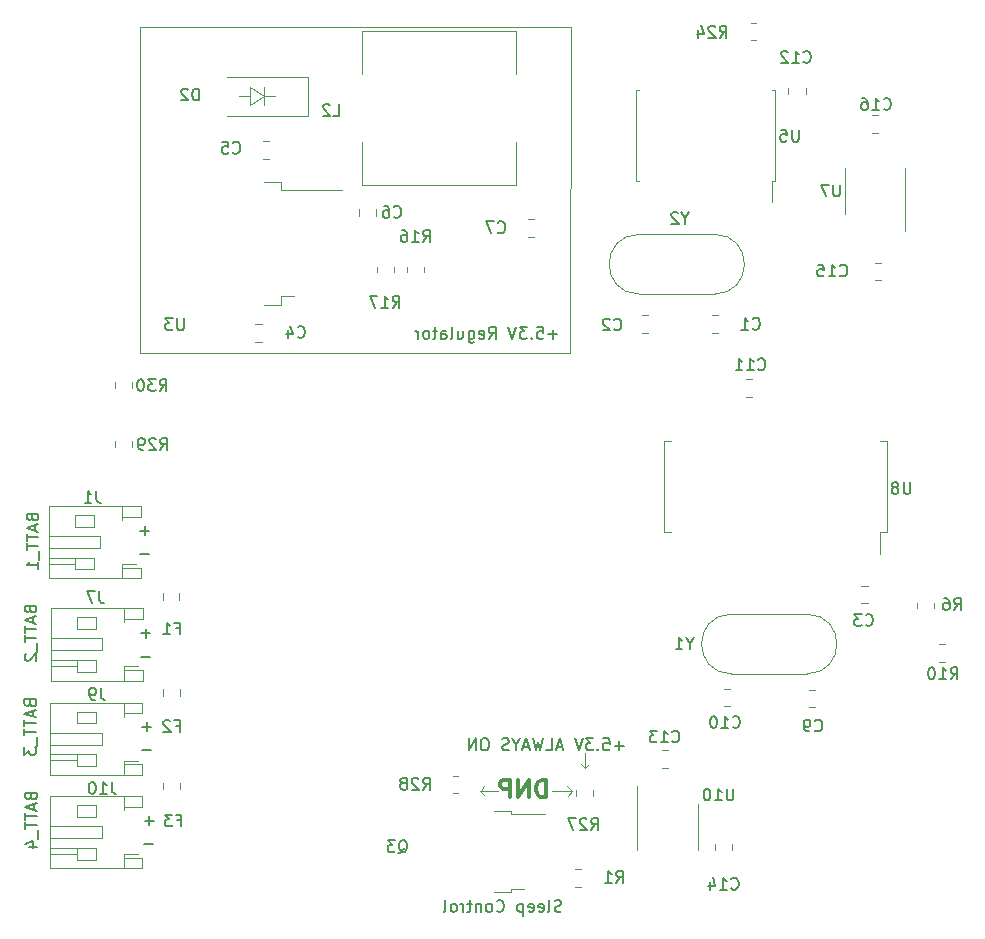
<source format=gbr>
G04 #@! TF.GenerationSoftware,KiCad,Pcbnew,(5.1.9)-1*
G04 #@! TF.CreationDate,2021-07-06T20:59:46-04:00*
G04 #@! TF.ProjectId,payload2020_base_board,7061796c-6f61-4643-9230-32305f626173,rev?*
G04 #@! TF.SameCoordinates,Original*
G04 #@! TF.FileFunction,Legend,Bot*
G04 #@! TF.FilePolarity,Positive*
%FSLAX46Y46*%
G04 Gerber Fmt 4.6, Leading zero omitted, Abs format (unit mm)*
G04 Created by KiCad (PCBNEW (5.1.9)-1) date 2021-07-06 20:59:46*
%MOMM*%
%LPD*%
G01*
G04 APERTURE LIST*
%ADD10C,0.150000*%
%ADD11C,0.120000*%
%ADD12C,0.300000*%
G04 APERTURE END LIST*
D10*
X46735952Y-135961428D02*
X45974047Y-135961428D01*
X46355000Y-136342380D02*
X46355000Y-135580476D01*
X46710552Y-137942628D02*
X45948647Y-137942628D01*
X46507352Y-129992428D02*
X45745447Y-129992428D01*
X46532752Y-128011228D02*
X45770847Y-128011228D01*
X46151800Y-128392180D02*
X46151800Y-127630276D01*
X46405752Y-122093028D02*
X45643847Y-122093028D01*
X46431152Y-120111828D02*
X45669247Y-120111828D01*
X46050200Y-120492780D02*
X46050200Y-119730876D01*
X46329552Y-113380828D02*
X45567647Y-113380828D01*
X46354952Y-111399628D02*
X45593047Y-111399628D01*
X45974000Y-111780580D02*
X45974000Y-111018676D01*
D11*
X83245960Y-131523740D02*
X83563460Y-131173220D01*
X83245960Y-131513580D02*
X82918300Y-131152900D01*
X83240880Y-130230880D02*
X83245960Y-131513580D01*
D10*
X86532219Y-129621588D02*
X85770314Y-129621588D01*
X86151266Y-130002540D02*
X86151266Y-129240636D01*
X84817933Y-129002540D02*
X85294123Y-129002540D01*
X85341742Y-129478731D01*
X85294123Y-129431112D01*
X85198885Y-129383493D01*
X84960790Y-129383493D01*
X84865552Y-129431112D01*
X84817933Y-129478731D01*
X84770314Y-129573969D01*
X84770314Y-129812064D01*
X84817933Y-129907302D01*
X84865552Y-129954921D01*
X84960790Y-130002540D01*
X85198885Y-130002540D01*
X85294123Y-129954921D01*
X85341742Y-129907302D01*
X84341742Y-129907302D02*
X84294123Y-129954921D01*
X84341742Y-130002540D01*
X84389361Y-129954921D01*
X84341742Y-129907302D01*
X84341742Y-130002540D01*
X83960790Y-129002540D02*
X83341742Y-129002540D01*
X83675076Y-129383493D01*
X83532219Y-129383493D01*
X83436980Y-129431112D01*
X83389361Y-129478731D01*
X83341742Y-129573969D01*
X83341742Y-129812064D01*
X83389361Y-129907302D01*
X83436980Y-129954921D01*
X83532219Y-130002540D01*
X83817933Y-130002540D01*
X83913171Y-129954921D01*
X83960790Y-129907302D01*
X83056028Y-129002540D02*
X82722695Y-130002540D01*
X82389361Y-129002540D01*
X81341742Y-129716826D02*
X80865552Y-129716826D01*
X81436980Y-130002540D02*
X81103647Y-129002540D01*
X80770314Y-130002540D01*
X79960790Y-130002540D02*
X80436980Y-130002540D01*
X80436980Y-129002540D01*
X79722695Y-129002540D02*
X79484600Y-130002540D01*
X79294123Y-129288255D01*
X79103647Y-130002540D01*
X78865552Y-129002540D01*
X78532219Y-129716826D02*
X78056028Y-129716826D01*
X78627457Y-130002540D02*
X78294123Y-129002540D01*
X77960790Y-130002540D01*
X77436980Y-129526350D02*
X77436980Y-130002540D01*
X77770314Y-129002540D02*
X77436980Y-129526350D01*
X77103647Y-129002540D01*
X76817933Y-129954921D02*
X76675076Y-130002540D01*
X76436980Y-130002540D01*
X76341742Y-129954921D01*
X76294123Y-129907302D01*
X76246504Y-129812064D01*
X76246504Y-129716826D01*
X76294123Y-129621588D01*
X76341742Y-129573969D01*
X76436980Y-129526350D01*
X76627457Y-129478731D01*
X76722695Y-129431112D01*
X76770314Y-129383493D01*
X76817933Y-129288255D01*
X76817933Y-129193017D01*
X76770314Y-129097779D01*
X76722695Y-129050160D01*
X76627457Y-129002540D01*
X76389361Y-129002540D01*
X76246504Y-129050160D01*
X74865552Y-129002540D02*
X74675076Y-129002540D01*
X74579838Y-129050160D01*
X74484600Y-129145398D01*
X74436980Y-129335874D01*
X74436980Y-129669207D01*
X74484600Y-129859683D01*
X74579838Y-129954921D01*
X74675076Y-130002540D01*
X74865552Y-130002540D01*
X74960790Y-129954921D01*
X75056028Y-129859683D01*
X75103647Y-129669207D01*
X75103647Y-129335874D01*
X75056028Y-129145398D01*
X74960790Y-129050160D01*
X74865552Y-129002540D01*
X74008409Y-130002540D02*
X74008409Y-129002540D01*
X73436980Y-130002540D01*
X73436980Y-129002540D01*
D11*
X57007760Y-74625200D02*
X56088280Y-74625200D01*
X56083200Y-73817480D02*
X56083200Y-75412600D01*
X54930040Y-74620120D02*
X53934360Y-74620120D01*
X56078120Y-74615040D02*
X54935120Y-73832720D01*
X54935120Y-75377040D02*
X56078120Y-74615040D01*
X54935120Y-73832720D02*
X54935120Y-75377040D01*
X82133440Y-133441440D02*
X81808320Y-133898640D01*
X81752440Y-133060440D02*
X82133440Y-133441440D01*
X82133440Y-133441440D02*
X81752440Y-133060440D01*
X80449420Y-133446520D02*
X82133440Y-133441440D01*
X74399140Y-133426200D02*
X74739500Y-133807200D01*
X74419460Y-133426200D02*
X74698860Y-133065520D01*
X75890120Y-133428740D02*
X74419460Y-133426200D01*
D12*
X79982771Y-134000631D02*
X79982771Y-132500631D01*
X79625628Y-132500631D01*
X79411342Y-132572060D01*
X79268485Y-132714917D01*
X79197057Y-132857774D01*
X79125628Y-133143488D01*
X79125628Y-133357774D01*
X79197057Y-133643488D01*
X79268485Y-133786345D01*
X79411342Y-133929202D01*
X79625628Y-134000631D01*
X79982771Y-134000631D01*
X78482771Y-134000631D02*
X78482771Y-132500631D01*
X77625628Y-134000631D01*
X77625628Y-132500631D01*
X76911342Y-134000631D02*
X76911342Y-132500631D01*
X76339914Y-132500631D01*
X76197057Y-132572060D01*
X76125628Y-132643488D01*
X76054200Y-132786345D01*
X76054200Y-133000631D01*
X76125628Y-133143488D01*
X76197057Y-133214917D01*
X76339914Y-133286345D01*
X76911342Y-133286345D01*
D11*
X82042000Y-68788280D02*
X82021680Y-96352360D01*
D10*
X81253980Y-143635361D02*
X81111123Y-143682980D01*
X80873028Y-143682980D01*
X80777790Y-143635361D01*
X80730171Y-143587742D01*
X80682552Y-143492504D01*
X80682552Y-143397266D01*
X80730171Y-143302028D01*
X80777790Y-143254409D01*
X80873028Y-143206790D01*
X81063504Y-143159171D01*
X81158742Y-143111552D01*
X81206361Y-143063933D01*
X81253980Y-142968695D01*
X81253980Y-142873457D01*
X81206361Y-142778219D01*
X81158742Y-142730600D01*
X81063504Y-142682980D01*
X80825409Y-142682980D01*
X80682552Y-142730600D01*
X80111123Y-143682980D02*
X80206361Y-143635361D01*
X80253980Y-143540123D01*
X80253980Y-142682980D01*
X79349219Y-143635361D02*
X79444457Y-143682980D01*
X79634933Y-143682980D01*
X79730171Y-143635361D01*
X79777790Y-143540123D01*
X79777790Y-143159171D01*
X79730171Y-143063933D01*
X79634933Y-143016314D01*
X79444457Y-143016314D01*
X79349219Y-143063933D01*
X79301600Y-143159171D01*
X79301600Y-143254409D01*
X79777790Y-143349647D01*
X78492076Y-143635361D02*
X78587314Y-143682980D01*
X78777790Y-143682980D01*
X78873028Y-143635361D01*
X78920647Y-143540123D01*
X78920647Y-143159171D01*
X78873028Y-143063933D01*
X78777790Y-143016314D01*
X78587314Y-143016314D01*
X78492076Y-143063933D01*
X78444457Y-143159171D01*
X78444457Y-143254409D01*
X78920647Y-143349647D01*
X78015885Y-143016314D02*
X78015885Y-144016314D01*
X78015885Y-143063933D02*
X77920647Y-143016314D01*
X77730171Y-143016314D01*
X77634933Y-143063933D01*
X77587314Y-143111552D01*
X77539695Y-143206790D01*
X77539695Y-143492504D01*
X77587314Y-143587742D01*
X77634933Y-143635361D01*
X77730171Y-143682980D01*
X77920647Y-143682980D01*
X78015885Y-143635361D01*
X75777790Y-143587742D02*
X75825409Y-143635361D01*
X75968266Y-143682980D01*
X76063504Y-143682980D01*
X76206361Y-143635361D01*
X76301600Y-143540123D01*
X76349219Y-143444885D01*
X76396838Y-143254409D01*
X76396838Y-143111552D01*
X76349219Y-142921076D01*
X76301600Y-142825838D01*
X76206361Y-142730600D01*
X76063504Y-142682980D01*
X75968266Y-142682980D01*
X75825409Y-142730600D01*
X75777790Y-142778219D01*
X75206361Y-143682980D02*
X75301600Y-143635361D01*
X75349219Y-143587742D01*
X75396838Y-143492504D01*
X75396838Y-143206790D01*
X75349219Y-143111552D01*
X75301600Y-143063933D01*
X75206361Y-143016314D01*
X75063504Y-143016314D01*
X74968266Y-143063933D01*
X74920647Y-143111552D01*
X74873028Y-143206790D01*
X74873028Y-143492504D01*
X74920647Y-143587742D01*
X74968266Y-143635361D01*
X75063504Y-143682980D01*
X75206361Y-143682980D01*
X74444457Y-143016314D02*
X74444457Y-143682980D01*
X74444457Y-143111552D02*
X74396838Y-143063933D01*
X74301600Y-143016314D01*
X74158742Y-143016314D01*
X74063504Y-143063933D01*
X74015885Y-143159171D01*
X74015885Y-143682980D01*
X73682552Y-143016314D02*
X73301600Y-143016314D01*
X73539695Y-142682980D02*
X73539695Y-143540123D01*
X73492076Y-143635361D01*
X73396838Y-143682980D01*
X73301600Y-143682980D01*
X72968266Y-143682980D02*
X72968266Y-143016314D01*
X72968266Y-143206790D02*
X72920647Y-143111552D01*
X72873028Y-143063933D01*
X72777790Y-143016314D01*
X72682552Y-143016314D01*
X72206361Y-143682980D02*
X72301600Y-143635361D01*
X72349219Y-143587742D01*
X72396838Y-143492504D01*
X72396838Y-143206790D01*
X72349219Y-143111552D01*
X72301600Y-143063933D01*
X72206361Y-143016314D01*
X72063504Y-143016314D01*
X71968266Y-143063933D01*
X71920647Y-143111552D01*
X71873028Y-143206790D01*
X71873028Y-143492504D01*
X71920647Y-143587742D01*
X71968266Y-143635361D01*
X72063504Y-143682980D01*
X72206361Y-143682980D01*
X71301600Y-143682980D02*
X71396838Y-143635361D01*
X71444457Y-143540123D01*
X71444457Y-142682980D01*
D11*
X82042000Y-68788280D02*
X45567600Y-68783200D01*
X45567600Y-96342200D02*
X82016600Y-96357440D01*
X45567600Y-68783200D02*
X45567600Y-96342200D01*
D10*
X36339471Y-133923969D02*
X36387090Y-134066826D01*
X36434709Y-134114445D01*
X36529947Y-134162064D01*
X36672804Y-134162064D01*
X36768042Y-134114445D01*
X36815661Y-134066826D01*
X36863280Y-133971588D01*
X36863280Y-133590636D01*
X35863280Y-133590636D01*
X35863280Y-133923969D01*
X35910900Y-134019207D01*
X35958519Y-134066826D01*
X36053757Y-134114445D01*
X36148995Y-134114445D01*
X36244233Y-134066826D01*
X36291852Y-134019207D01*
X36339471Y-133923969D01*
X36339471Y-133590636D01*
X36577566Y-134543017D02*
X36577566Y-135019207D01*
X36863280Y-134447779D02*
X35863280Y-134781112D01*
X36863280Y-135114445D01*
X35863280Y-135304921D02*
X35863280Y-135876350D01*
X36863280Y-135590636D02*
X35863280Y-135590636D01*
X35863280Y-136066826D02*
X35863280Y-136638255D01*
X36863280Y-136352540D02*
X35863280Y-136352540D01*
X36958519Y-136733493D02*
X36958519Y-137495398D01*
X36196614Y-138162064D02*
X36863280Y-138162064D01*
X35815661Y-137923969D02*
X36529947Y-137685874D01*
X36529947Y-138304921D01*
X36268351Y-126039809D02*
X36315970Y-126182666D01*
X36363589Y-126230285D01*
X36458827Y-126277904D01*
X36601684Y-126277904D01*
X36696922Y-126230285D01*
X36744541Y-126182666D01*
X36792160Y-126087428D01*
X36792160Y-125706476D01*
X35792160Y-125706476D01*
X35792160Y-126039809D01*
X35839780Y-126135047D01*
X35887399Y-126182666D01*
X35982637Y-126230285D01*
X36077875Y-126230285D01*
X36173113Y-126182666D01*
X36220732Y-126135047D01*
X36268351Y-126039809D01*
X36268351Y-125706476D01*
X36506446Y-126658857D02*
X36506446Y-127135047D01*
X36792160Y-126563619D02*
X35792160Y-126896952D01*
X36792160Y-127230285D01*
X35792160Y-127420761D02*
X35792160Y-127992190D01*
X36792160Y-127706476D02*
X35792160Y-127706476D01*
X35792160Y-128182666D02*
X35792160Y-128754095D01*
X36792160Y-128468380D02*
X35792160Y-128468380D01*
X36887399Y-128849333D02*
X36887399Y-129611238D01*
X35792160Y-129754095D02*
X35792160Y-130373142D01*
X36173113Y-130039809D01*
X36173113Y-130182666D01*
X36220732Y-130277904D01*
X36268351Y-130325523D01*
X36363589Y-130373142D01*
X36601684Y-130373142D01*
X36696922Y-130325523D01*
X36744541Y-130277904D01*
X36792160Y-130182666D01*
X36792160Y-129896952D01*
X36744541Y-129801714D01*
X36696922Y-129754095D01*
X36283591Y-118087069D02*
X36331210Y-118229926D01*
X36378829Y-118277545D01*
X36474067Y-118325164D01*
X36616924Y-118325164D01*
X36712162Y-118277545D01*
X36759781Y-118229926D01*
X36807400Y-118134688D01*
X36807400Y-117753736D01*
X35807400Y-117753736D01*
X35807400Y-118087069D01*
X35855020Y-118182307D01*
X35902639Y-118229926D01*
X35997877Y-118277545D01*
X36093115Y-118277545D01*
X36188353Y-118229926D01*
X36235972Y-118182307D01*
X36283591Y-118087069D01*
X36283591Y-117753736D01*
X36521686Y-118706117D02*
X36521686Y-119182307D01*
X36807400Y-118610879D02*
X35807400Y-118944212D01*
X36807400Y-119277545D01*
X35807400Y-119468021D02*
X35807400Y-120039450D01*
X36807400Y-119753736D02*
X35807400Y-119753736D01*
X35807400Y-120229926D02*
X35807400Y-120801355D01*
X36807400Y-120515640D02*
X35807400Y-120515640D01*
X36902639Y-120896593D02*
X36902639Y-121658498D01*
X35902639Y-121848974D02*
X35855020Y-121896593D01*
X35807400Y-121991831D01*
X35807400Y-122229926D01*
X35855020Y-122325164D01*
X35902639Y-122372783D01*
X35997877Y-122420402D01*
X36093115Y-122420402D01*
X36235972Y-122372783D01*
X36807400Y-121801355D01*
X36807400Y-122420402D01*
X36453771Y-110301969D02*
X36501390Y-110444826D01*
X36549009Y-110492445D01*
X36644247Y-110540064D01*
X36787104Y-110540064D01*
X36882342Y-110492445D01*
X36929961Y-110444826D01*
X36977580Y-110349588D01*
X36977580Y-109968636D01*
X35977580Y-109968636D01*
X35977580Y-110301969D01*
X36025200Y-110397207D01*
X36072819Y-110444826D01*
X36168057Y-110492445D01*
X36263295Y-110492445D01*
X36358533Y-110444826D01*
X36406152Y-110397207D01*
X36453771Y-110301969D01*
X36453771Y-109968636D01*
X36691866Y-110921017D02*
X36691866Y-111397207D01*
X36977580Y-110825779D02*
X35977580Y-111159112D01*
X36977580Y-111492445D01*
X35977580Y-111682921D02*
X35977580Y-112254350D01*
X36977580Y-111968636D02*
X35977580Y-111968636D01*
X35977580Y-112444826D02*
X35977580Y-113016255D01*
X36977580Y-112730540D02*
X35977580Y-112730540D01*
X37072819Y-113111493D02*
X37072819Y-113873398D01*
X36977580Y-114635302D02*
X36977580Y-114063874D01*
X36977580Y-114349588D02*
X35977580Y-114349588D01*
X36120438Y-114254350D01*
X36215676Y-114159112D01*
X36263295Y-114063874D01*
X80923970Y-94780408D02*
X80162065Y-94780408D01*
X80543018Y-95161360D02*
X80543018Y-94399456D01*
X79209684Y-94161360D02*
X79685875Y-94161360D01*
X79733494Y-94637551D01*
X79685875Y-94589932D01*
X79590637Y-94542313D01*
X79352541Y-94542313D01*
X79257303Y-94589932D01*
X79209684Y-94637551D01*
X79162065Y-94732789D01*
X79162065Y-94970884D01*
X79209684Y-95066122D01*
X79257303Y-95113741D01*
X79352541Y-95161360D01*
X79590637Y-95161360D01*
X79685875Y-95113741D01*
X79733494Y-95066122D01*
X78733494Y-95066122D02*
X78685875Y-95113741D01*
X78733494Y-95161360D01*
X78781113Y-95113741D01*
X78733494Y-95066122D01*
X78733494Y-95161360D01*
X78352541Y-94161360D02*
X77733494Y-94161360D01*
X78066827Y-94542313D01*
X77923970Y-94542313D01*
X77828732Y-94589932D01*
X77781113Y-94637551D01*
X77733494Y-94732789D01*
X77733494Y-94970884D01*
X77781113Y-95066122D01*
X77828732Y-95113741D01*
X77923970Y-95161360D01*
X78209684Y-95161360D01*
X78304922Y-95113741D01*
X78352541Y-95066122D01*
X77447780Y-94161360D02*
X77114446Y-95161360D01*
X76781113Y-94161360D01*
X75114446Y-95161360D02*
X75447780Y-94685170D01*
X75685875Y-95161360D02*
X75685875Y-94161360D01*
X75304922Y-94161360D01*
X75209684Y-94208980D01*
X75162065Y-94256599D01*
X75114446Y-94351837D01*
X75114446Y-94494694D01*
X75162065Y-94589932D01*
X75209684Y-94637551D01*
X75304922Y-94685170D01*
X75685875Y-94685170D01*
X74304922Y-95113741D02*
X74400160Y-95161360D01*
X74590637Y-95161360D01*
X74685875Y-95113741D01*
X74733494Y-95018503D01*
X74733494Y-94637551D01*
X74685875Y-94542313D01*
X74590637Y-94494694D01*
X74400160Y-94494694D01*
X74304922Y-94542313D01*
X74257303Y-94637551D01*
X74257303Y-94732789D01*
X74733494Y-94828027D01*
X73400160Y-94494694D02*
X73400160Y-95304218D01*
X73447780Y-95399456D01*
X73495399Y-95447075D01*
X73590637Y-95494694D01*
X73733494Y-95494694D01*
X73828732Y-95447075D01*
X73400160Y-95113741D02*
X73495399Y-95161360D01*
X73685875Y-95161360D01*
X73781113Y-95113741D01*
X73828732Y-95066122D01*
X73876351Y-94970884D01*
X73876351Y-94685170D01*
X73828732Y-94589932D01*
X73781113Y-94542313D01*
X73685875Y-94494694D01*
X73495399Y-94494694D01*
X73400160Y-94542313D01*
X72495399Y-94494694D02*
X72495399Y-95161360D01*
X72923970Y-94494694D02*
X72923970Y-95018503D01*
X72876351Y-95113741D01*
X72781113Y-95161360D01*
X72638256Y-95161360D01*
X72543018Y-95113741D01*
X72495399Y-95066122D01*
X71876351Y-95161360D02*
X71971589Y-95113741D01*
X72019208Y-95018503D01*
X72019208Y-94161360D01*
X71066827Y-95161360D02*
X71066827Y-94637551D01*
X71114446Y-94542313D01*
X71209684Y-94494694D01*
X71400160Y-94494694D01*
X71495399Y-94542313D01*
X71066827Y-95113741D02*
X71162065Y-95161360D01*
X71400160Y-95161360D01*
X71495399Y-95113741D01*
X71543018Y-95018503D01*
X71543018Y-94923265D01*
X71495399Y-94828027D01*
X71400160Y-94780408D01*
X71162065Y-94780408D01*
X71066827Y-94732789D01*
X70733494Y-94494694D02*
X70352541Y-94494694D01*
X70590637Y-94161360D02*
X70590637Y-95018503D01*
X70543018Y-95113741D01*
X70447780Y-95161360D01*
X70352541Y-95161360D01*
X69876351Y-95161360D02*
X69971589Y-95113741D01*
X70019208Y-95066122D01*
X70066827Y-94970884D01*
X70066827Y-94685170D01*
X70019208Y-94589932D01*
X69971589Y-94542313D01*
X69876351Y-94494694D01*
X69733494Y-94494694D01*
X69638256Y-94542313D01*
X69590637Y-94589932D01*
X69543018Y-94685170D01*
X69543018Y-94970884D01*
X69590637Y-95066122D01*
X69638256Y-95113741D01*
X69733494Y-95161360D01*
X69876351Y-95161360D01*
X69114446Y-95161360D02*
X69114446Y-94494694D01*
X69114446Y-94685170D02*
X69066827Y-94589932D01*
X69019208Y-94542313D01*
X68923970Y-94494694D01*
X68828732Y-94494694D01*
D11*
X44931000Y-99303064D02*
X44931000Y-98848936D01*
X43461000Y-99303064D02*
X43461000Y-98848936D01*
X44931000Y-104306864D02*
X44931000Y-103852736D01*
X43461000Y-104306864D02*
X43461000Y-103852736D01*
X72521304Y-132155260D02*
X72067176Y-132155260D01*
X72521304Y-133625260D02*
X72067176Y-133625260D01*
X83947940Y-133865864D02*
X83947940Y-133411736D01*
X82477940Y-133865864D02*
X82477940Y-133411736D01*
X82426316Y-140097840D02*
X82880444Y-140097840D01*
X82426316Y-141567840D02*
X82880444Y-141567840D01*
X89930200Y-107683300D02*
X89930200Y-103823300D01*
X89930200Y-103823300D02*
X90575200Y-103823300D01*
X89930200Y-107683300D02*
X89930200Y-111543300D01*
X89930200Y-111543300D02*
X90575200Y-111543300D01*
X108850200Y-107683300D02*
X108850200Y-103823300D01*
X108850200Y-103823300D02*
X108205200Y-103823300D01*
X108850200Y-107683300D02*
X108850200Y-111543300D01*
X108850200Y-111543300D02*
X108205200Y-111543300D01*
X108205200Y-111543300D02*
X108205200Y-113383300D01*
X92818900Y-136474200D02*
X92818900Y-138424200D01*
X92818900Y-136474200D02*
X92818900Y-134524200D01*
X87698900Y-136474200D02*
X87698900Y-138424200D01*
X87698900Y-136474200D02*
X87698900Y-133024200D01*
X56056800Y-81871200D02*
X57556800Y-81871200D01*
X57556800Y-81871200D02*
X57556800Y-82561200D01*
X57556800Y-82561200D02*
X62681800Y-82561200D01*
X56056800Y-92271200D02*
X57556800Y-92271200D01*
X57556800Y-92271200D02*
X57556800Y-91581200D01*
X57556800Y-91581200D02*
X58656800Y-91581200D01*
X94232000Y-86324200D02*
X87832000Y-86324200D01*
X94232000Y-91374200D02*
X87832000Y-91374200D01*
X87832000Y-91374200D02*
G75*
G02*
X87832000Y-86324200I0J2525000D01*
G01*
X94232000Y-91374200D02*
G75*
G03*
X94232000Y-86324200I0J2525000D01*
G01*
X102055200Y-118480600D02*
X95655200Y-118480600D01*
X102055200Y-123530600D02*
X95655200Y-123530600D01*
X95655200Y-123530600D02*
G75*
G02*
X95655200Y-118480600I0J2525000D01*
G01*
X102055200Y-123530600D02*
G75*
G03*
X102055200Y-118480600I0J2525000D01*
G01*
X105263000Y-82626200D02*
X105263000Y-80676200D01*
X105263000Y-82626200D02*
X105263000Y-84576200D01*
X110383000Y-82626200D02*
X110383000Y-80676200D01*
X110383000Y-82626200D02*
X110383000Y-86076200D01*
X87587000Y-77927200D02*
X87587000Y-74067200D01*
X87587000Y-74067200D02*
X87832000Y-74067200D01*
X87587000Y-77927200D02*
X87587000Y-81787200D01*
X87587000Y-81787200D02*
X87832000Y-81787200D01*
X99357000Y-77927200D02*
X99357000Y-74067200D01*
X99357000Y-74067200D02*
X99112000Y-74067200D01*
X99357000Y-77927200D02*
X99357000Y-81787200D01*
X99357000Y-81787200D02*
X99112000Y-81787200D01*
X99112000Y-81787200D02*
X99112000Y-83602200D01*
X97773224Y-68408880D02*
X97319096Y-68408880D01*
X97773224Y-69878880D02*
X97319096Y-69878880D01*
X67115360Y-89547944D02*
X67115360Y-89093816D01*
X65645360Y-89547944D02*
X65645360Y-89093816D01*
X69652820Y-89508824D02*
X69652820Y-89054696D01*
X68182820Y-89508824D02*
X68182820Y-89054696D01*
X113723664Y-121032600D02*
X113269536Y-121032600D01*
X113723664Y-122502600D02*
X113269536Y-122502600D01*
X111355200Y-117511336D02*
X111355200Y-117965464D01*
X112825200Y-117511336D02*
X112825200Y-117965464D01*
X75519000Y-135107000D02*
X77019000Y-135107000D01*
X77019000Y-135107000D02*
X77019000Y-135377000D01*
X77019000Y-135377000D02*
X79849000Y-135377000D01*
X75519000Y-142007000D02*
X77019000Y-142007000D01*
X77019000Y-142007000D02*
X77019000Y-141737000D01*
X77019000Y-141737000D02*
X78119000Y-141737000D01*
X64383600Y-72741200D02*
X64383600Y-69141200D01*
X64383600Y-69141200D02*
X77383600Y-69141200D01*
X77383600Y-69141200D02*
X77383600Y-72741200D01*
X64383600Y-78541200D02*
X64383600Y-82141200D01*
X64383600Y-82141200D02*
X77383600Y-82141200D01*
X77383600Y-82141200D02*
X77383600Y-78541200D01*
X44188080Y-138815020D02*
X44188080Y-139095020D01*
X44188080Y-139095020D02*
X45788080Y-139095020D01*
X45788080Y-139095020D02*
X45788080Y-140015020D01*
X45788080Y-140015020D02*
X37968080Y-140015020D01*
X37968080Y-140015020D02*
X37968080Y-133895020D01*
X37968080Y-133895020D02*
X45788080Y-133895020D01*
X45788080Y-133895020D02*
X45788080Y-134815020D01*
X45788080Y-134815020D02*
X44188080Y-134815020D01*
X44188080Y-134815020D02*
X44188080Y-135095020D01*
X37968080Y-137455020D02*
X42328080Y-137455020D01*
X42328080Y-137455020D02*
X42328080Y-136455020D01*
X42328080Y-136455020D02*
X37968080Y-136455020D01*
X44188080Y-140015020D02*
X44188080Y-139095020D01*
X44188080Y-133895020D02*
X44188080Y-134815020D01*
X41828080Y-139255020D02*
X40228080Y-139255020D01*
X40228080Y-139255020D02*
X40228080Y-138255020D01*
X40228080Y-138255020D02*
X41828080Y-138255020D01*
X41828080Y-138255020D02*
X41828080Y-139255020D01*
X41828080Y-134655020D02*
X40228080Y-134655020D01*
X40228080Y-134655020D02*
X40228080Y-135655020D01*
X40228080Y-135655020D02*
X41828080Y-135655020D01*
X41828080Y-135655020D02*
X41828080Y-134655020D01*
X40228080Y-138255020D02*
X37968080Y-138255020D01*
X40228080Y-138755020D02*
X37968080Y-138755020D01*
X44188080Y-138815020D02*
X45403080Y-138815020D01*
X44188080Y-130892760D02*
X44188080Y-131172760D01*
X44188080Y-131172760D02*
X45788080Y-131172760D01*
X45788080Y-131172760D02*
X45788080Y-132092760D01*
X45788080Y-132092760D02*
X37968080Y-132092760D01*
X37968080Y-132092760D02*
X37968080Y-125972760D01*
X37968080Y-125972760D02*
X45788080Y-125972760D01*
X45788080Y-125972760D02*
X45788080Y-126892760D01*
X45788080Y-126892760D02*
X44188080Y-126892760D01*
X44188080Y-126892760D02*
X44188080Y-127172760D01*
X37968080Y-129532760D02*
X42328080Y-129532760D01*
X42328080Y-129532760D02*
X42328080Y-128532760D01*
X42328080Y-128532760D02*
X37968080Y-128532760D01*
X44188080Y-132092760D02*
X44188080Y-131172760D01*
X44188080Y-125972760D02*
X44188080Y-126892760D01*
X41828080Y-131332760D02*
X40228080Y-131332760D01*
X40228080Y-131332760D02*
X40228080Y-130332760D01*
X40228080Y-130332760D02*
X41828080Y-130332760D01*
X41828080Y-130332760D02*
X41828080Y-131332760D01*
X41828080Y-126732760D02*
X40228080Y-126732760D01*
X40228080Y-126732760D02*
X40228080Y-127732760D01*
X40228080Y-127732760D02*
X41828080Y-127732760D01*
X41828080Y-127732760D02*
X41828080Y-126732760D01*
X40228080Y-130332760D02*
X37968080Y-130332760D01*
X40228080Y-130832760D02*
X37968080Y-130832760D01*
X44188080Y-130892760D02*
X45403080Y-130892760D01*
X44231260Y-122901920D02*
X44231260Y-123181920D01*
X44231260Y-123181920D02*
X45831260Y-123181920D01*
X45831260Y-123181920D02*
X45831260Y-124101920D01*
X45831260Y-124101920D02*
X38011260Y-124101920D01*
X38011260Y-124101920D02*
X38011260Y-117981920D01*
X38011260Y-117981920D02*
X45831260Y-117981920D01*
X45831260Y-117981920D02*
X45831260Y-118901920D01*
X45831260Y-118901920D02*
X44231260Y-118901920D01*
X44231260Y-118901920D02*
X44231260Y-119181920D01*
X38011260Y-121541920D02*
X42371260Y-121541920D01*
X42371260Y-121541920D02*
X42371260Y-120541920D01*
X42371260Y-120541920D02*
X38011260Y-120541920D01*
X44231260Y-124101920D02*
X44231260Y-123181920D01*
X44231260Y-117981920D02*
X44231260Y-118901920D01*
X41871260Y-123341920D02*
X40271260Y-123341920D01*
X40271260Y-123341920D02*
X40271260Y-122341920D01*
X40271260Y-122341920D02*
X41871260Y-122341920D01*
X41871260Y-122341920D02*
X41871260Y-123341920D01*
X41871260Y-118741920D02*
X40271260Y-118741920D01*
X40271260Y-118741920D02*
X40271260Y-119741920D01*
X40271260Y-119741920D02*
X41871260Y-119741920D01*
X41871260Y-119741920D02*
X41871260Y-118741920D01*
X40271260Y-122341920D02*
X38011260Y-122341920D01*
X40271260Y-122841920D02*
X38011260Y-122841920D01*
X44231260Y-122901920D02*
X45446260Y-122901920D01*
X44068700Y-114258300D02*
X44068700Y-114538300D01*
X44068700Y-114538300D02*
X45668700Y-114538300D01*
X45668700Y-114538300D02*
X45668700Y-115458300D01*
X45668700Y-115458300D02*
X37848700Y-115458300D01*
X37848700Y-115458300D02*
X37848700Y-109338300D01*
X37848700Y-109338300D02*
X45668700Y-109338300D01*
X45668700Y-109338300D02*
X45668700Y-110258300D01*
X45668700Y-110258300D02*
X44068700Y-110258300D01*
X44068700Y-110258300D02*
X44068700Y-110538300D01*
X37848700Y-112898300D02*
X42208700Y-112898300D01*
X42208700Y-112898300D02*
X42208700Y-111898300D01*
X42208700Y-111898300D02*
X37848700Y-111898300D01*
X44068700Y-115458300D02*
X44068700Y-114538300D01*
X44068700Y-109338300D02*
X44068700Y-110258300D01*
X41708700Y-114698300D02*
X40108700Y-114698300D01*
X40108700Y-114698300D02*
X40108700Y-113698300D01*
X40108700Y-113698300D02*
X41708700Y-113698300D01*
X41708700Y-113698300D02*
X41708700Y-114698300D01*
X41708700Y-110098300D02*
X40108700Y-110098300D01*
X40108700Y-110098300D02*
X40108700Y-111098300D01*
X40108700Y-111098300D02*
X41708700Y-111098300D01*
X41708700Y-111098300D02*
X41708700Y-110098300D01*
X40108700Y-113698300D02*
X37848700Y-113698300D01*
X40108700Y-114198300D02*
X37848700Y-114198300D01*
X44068700Y-114258300D02*
X45283700Y-114258300D01*
X47565240Y-132766168D02*
X47565240Y-133288672D01*
X48985240Y-132766168D02*
X48985240Y-133288672D01*
X47565240Y-124857768D02*
X47565240Y-125380272D01*
X48985240Y-124857768D02*
X48985240Y-125380272D01*
X47489040Y-116727228D02*
X47489040Y-117249732D01*
X48909040Y-116727228D02*
X48909040Y-117249732D01*
X59833600Y-72975200D02*
X59833600Y-76275200D01*
X59833600Y-76275200D02*
X52933600Y-76275200D01*
X59833600Y-72975200D02*
X52933600Y-72975200D01*
X107578348Y-77714780D02*
X108100852Y-77714780D01*
X107578348Y-76244780D02*
X108100852Y-76244780D01*
X107794248Y-90219200D02*
X108316752Y-90219200D01*
X107794248Y-88749200D02*
X108316752Y-88749200D01*
X95720840Y-138433352D02*
X95720840Y-137910848D01*
X94250840Y-138433352D02*
X94250840Y-137910848D01*
X90282752Y-129998800D02*
X89760248Y-129998800D01*
X90282752Y-131468800D02*
X89760248Y-131468800D01*
X100481460Y-73925708D02*
X100481460Y-74448212D01*
X101951460Y-73925708D02*
X101951460Y-74448212D01*
X96868348Y-100074400D02*
X97390852Y-100074400D01*
X96868348Y-98604400D02*
X97390852Y-98604400D01*
X95515152Y-124791800D02*
X94992648Y-124791800D01*
X95515152Y-126261800D02*
X94992648Y-126261800D01*
X102249248Y-126338000D02*
X102771752Y-126338000D01*
X102249248Y-124868000D02*
X102771752Y-124868000D01*
X78398648Y-86510800D02*
X78921152Y-86510800D01*
X78398648Y-85040800D02*
X78921152Y-85040800D01*
X64136600Y-84217788D02*
X64136600Y-84740292D01*
X65606600Y-84217788D02*
X65606600Y-84740292D01*
X56518352Y-78462200D02*
X55995848Y-78462200D01*
X56518352Y-79932200D02*
X55995848Y-79932200D01*
X55883352Y-93956200D02*
X55360848Y-93956200D01*
X55883352Y-95426200D02*
X55360848Y-95426200D01*
X107191352Y-116079600D02*
X106668848Y-116079600D01*
X107191352Y-117549600D02*
X106668848Y-117549600D01*
X88631752Y-93194200D02*
X88109248Y-93194200D01*
X88631752Y-94664200D02*
X88109248Y-94664200D01*
X93994248Y-94664200D02*
X94516752Y-94664200D01*
X93994248Y-93194200D02*
X94516752Y-93194200D01*
D10*
X47251857Y-99588580D02*
X47585190Y-99112390D01*
X47823285Y-99588580D02*
X47823285Y-98588580D01*
X47442333Y-98588580D01*
X47347095Y-98636200D01*
X47299476Y-98683819D01*
X47251857Y-98779057D01*
X47251857Y-98921914D01*
X47299476Y-99017152D01*
X47347095Y-99064771D01*
X47442333Y-99112390D01*
X47823285Y-99112390D01*
X46918523Y-98588580D02*
X46299476Y-98588580D01*
X46632809Y-98969533D01*
X46489952Y-98969533D01*
X46394714Y-99017152D01*
X46347095Y-99064771D01*
X46299476Y-99160009D01*
X46299476Y-99398104D01*
X46347095Y-99493342D01*
X46394714Y-99540961D01*
X46489952Y-99588580D01*
X46775666Y-99588580D01*
X46870904Y-99540961D01*
X46918523Y-99493342D01*
X45680428Y-98588580D02*
X45585190Y-98588580D01*
X45489952Y-98636200D01*
X45442333Y-98683819D01*
X45394714Y-98779057D01*
X45347095Y-98969533D01*
X45347095Y-99207628D01*
X45394714Y-99398104D01*
X45442333Y-99493342D01*
X45489952Y-99540961D01*
X45585190Y-99588580D01*
X45680428Y-99588580D01*
X45775666Y-99540961D01*
X45823285Y-99493342D01*
X45870904Y-99398104D01*
X45918523Y-99207628D01*
X45918523Y-98969533D01*
X45870904Y-98779057D01*
X45823285Y-98683819D01*
X45775666Y-98636200D01*
X45680428Y-98588580D01*
X47302657Y-104566980D02*
X47635990Y-104090790D01*
X47874085Y-104566980D02*
X47874085Y-103566980D01*
X47493133Y-103566980D01*
X47397895Y-103614600D01*
X47350276Y-103662219D01*
X47302657Y-103757457D01*
X47302657Y-103900314D01*
X47350276Y-103995552D01*
X47397895Y-104043171D01*
X47493133Y-104090790D01*
X47874085Y-104090790D01*
X46921704Y-103662219D02*
X46874085Y-103614600D01*
X46778847Y-103566980D01*
X46540752Y-103566980D01*
X46445514Y-103614600D01*
X46397895Y-103662219D01*
X46350276Y-103757457D01*
X46350276Y-103852695D01*
X46397895Y-103995552D01*
X46969323Y-104566980D01*
X46350276Y-104566980D01*
X45874085Y-104566980D02*
X45683609Y-104566980D01*
X45588371Y-104519361D01*
X45540752Y-104471742D01*
X45445514Y-104328885D01*
X45397895Y-104138409D01*
X45397895Y-103757457D01*
X45445514Y-103662219D01*
X45493133Y-103614600D01*
X45588371Y-103566980D01*
X45778847Y-103566980D01*
X45874085Y-103614600D01*
X45921704Y-103662219D01*
X45969323Y-103757457D01*
X45969323Y-103995552D01*
X45921704Y-104090790D01*
X45874085Y-104138409D01*
X45778847Y-104186028D01*
X45588371Y-104186028D01*
X45493133Y-104138409D01*
X45445514Y-104090790D01*
X45397895Y-103995552D01*
X69542897Y-133340100D02*
X69876230Y-132863910D01*
X70114325Y-133340100D02*
X70114325Y-132340100D01*
X69733373Y-132340100D01*
X69638135Y-132387720D01*
X69590516Y-132435339D01*
X69542897Y-132530577D01*
X69542897Y-132673434D01*
X69590516Y-132768672D01*
X69638135Y-132816291D01*
X69733373Y-132863910D01*
X70114325Y-132863910D01*
X69161944Y-132435339D02*
X69114325Y-132387720D01*
X69019087Y-132340100D01*
X68780992Y-132340100D01*
X68685754Y-132387720D01*
X68638135Y-132435339D01*
X68590516Y-132530577D01*
X68590516Y-132625815D01*
X68638135Y-132768672D01*
X69209563Y-133340100D01*
X68590516Y-133340100D01*
X68019087Y-132768672D02*
X68114325Y-132721053D01*
X68161944Y-132673434D01*
X68209563Y-132578196D01*
X68209563Y-132530577D01*
X68161944Y-132435339D01*
X68114325Y-132387720D01*
X68019087Y-132340100D01*
X67828611Y-132340100D01*
X67733373Y-132387720D01*
X67685754Y-132435339D01*
X67638135Y-132530577D01*
X67638135Y-132578196D01*
X67685754Y-132673434D01*
X67733373Y-132721053D01*
X67828611Y-132768672D01*
X68019087Y-132768672D01*
X68114325Y-132816291D01*
X68161944Y-132863910D01*
X68209563Y-132959148D01*
X68209563Y-133149624D01*
X68161944Y-133244862D01*
X68114325Y-133292481D01*
X68019087Y-133340100D01*
X67828611Y-133340100D01*
X67733373Y-133292481D01*
X67685754Y-133244862D01*
X67638135Y-133149624D01*
X67638135Y-132959148D01*
X67685754Y-132863910D01*
X67733373Y-132816291D01*
X67828611Y-132768672D01*
X83766897Y-136764020D02*
X84100230Y-136287830D01*
X84338325Y-136764020D02*
X84338325Y-135764020D01*
X83957373Y-135764020D01*
X83862135Y-135811640D01*
X83814516Y-135859259D01*
X83766897Y-135954497D01*
X83766897Y-136097354D01*
X83814516Y-136192592D01*
X83862135Y-136240211D01*
X83957373Y-136287830D01*
X84338325Y-136287830D01*
X83385944Y-135859259D02*
X83338325Y-135811640D01*
X83243087Y-135764020D01*
X83004992Y-135764020D01*
X82909754Y-135811640D01*
X82862135Y-135859259D01*
X82814516Y-135954497D01*
X82814516Y-136049735D01*
X82862135Y-136192592D01*
X83433563Y-136764020D01*
X82814516Y-136764020D01*
X82481182Y-135764020D02*
X81814516Y-135764020D01*
X82243087Y-136764020D01*
X85902846Y-141209020D02*
X86236180Y-140732830D01*
X86474275Y-141209020D02*
X86474275Y-140209020D01*
X86093322Y-140209020D01*
X85998084Y-140256640D01*
X85950465Y-140304259D01*
X85902846Y-140399497D01*
X85902846Y-140542354D01*
X85950465Y-140637592D01*
X85998084Y-140685211D01*
X86093322Y-140732830D01*
X86474275Y-140732830D01*
X84950465Y-141209020D02*
X85521894Y-141209020D01*
X85236180Y-141209020D02*
X85236180Y-140209020D01*
X85331418Y-140351878D01*
X85426656Y-140447116D01*
X85521894Y-140494735D01*
X110799784Y-107305860D02*
X110799784Y-108115384D01*
X110752165Y-108210622D01*
X110704546Y-108258241D01*
X110609308Y-108305860D01*
X110418832Y-108305860D01*
X110323594Y-108258241D01*
X110275975Y-108210622D01*
X110228356Y-108115384D01*
X110228356Y-107305860D01*
X109609308Y-107734432D02*
X109704546Y-107686813D01*
X109752165Y-107639194D01*
X109799784Y-107543956D01*
X109799784Y-107496337D01*
X109752165Y-107401099D01*
X109704546Y-107353480D01*
X109609308Y-107305860D01*
X109418832Y-107305860D01*
X109323594Y-107353480D01*
X109275975Y-107401099D01*
X109228356Y-107496337D01*
X109228356Y-107543956D01*
X109275975Y-107639194D01*
X109323594Y-107686813D01*
X109418832Y-107734432D01*
X109609308Y-107734432D01*
X109704546Y-107782051D01*
X109752165Y-107829670D01*
X109799784Y-107924908D01*
X109799784Y-108115384D01*
X109752165Y-108210622D01*
X109704546Y-108258241D01*
X109609308Y-108305860D01*
X109418832Y-108305860D01*
X109323594Y-108258241D01*
X109275975Y-108210622D01*
X109228356Y-108115384D01*
X109228356Y-107924908D01*
X109275975Y-107829670D01*
X109323594Y-107782051D01*
X109418832Y-107734432D01*
X95820075Y-133257040D02*
X95820075Y-134066564D01*
X95772456Y-134161802D01*
X95724837Y-134209421D01*
X95629599Y-134257040D01*
X95439122Y-134257040D01*
X95343884Y-134209421D01*
X95296265Y-134161802D01*
X95248646Y-134066564D01*
X95248646Y-133257040D01*
X94248646Y-134257040D02*
X94820075Y-134257040D01*
X94534360Y-134257040D02*
X94534360Y-133257040D01*
X94629599Y-133399898D01*
X94724837Y-133495136D01*
X94820075Y-133542755D01*
X93629599Y-133257040D02*
X93534360Y-133257040D01*
X93439122Y-133304660D01*
X93391503Y-133352279D01*
X93343884Y-133447517D01*
X93296265Y-133637993D01*
X93296265Y-133876088D01*
X93343884Y-134066564D01*
X93391503Y-134161802D01*
X93439122Y-134209421D01*
X93534360Y-134257040D01*
X93629599Y-134257040D01*
X93724837Y-134209421D01*
X93772456Y-134161802D01*
X93820075Y-134066564D01*
X93867694Y-133876088D01*
X93867694Y-133637993D01*
X93820075Y-133447517D01*
X93772456Y-133352279D01*
X93724837Y-133304660D01*
X93629599Y-133257040D01*
X49306384Y-93440000D02*
X49306384Y-94249524D01*
X49258765Y-94344762D01*
X49211146Y-94392381D01*
X49115908Y-94440000D01*
X48925432Y-94440000D01*
X48830194Y-94392381D01*
X48782575Y-94344762D01*
X48734956Y-94249524D01*
X48734956Y-93440000D01*
X48354003Y-93440000D02*
X47734956Y-93440000D01*
X48068289Y-93820953D01*
X47925432Y-93820953D01*
X47830194Y-93868572D01*
X47782575Y-93916191D01*
X47734956Y-94011429D01*
X47734956Y-94249524D01*
X47782575Y-94344762D01*
X47830194Y-94392381D01*
X47925432Y-94440000D01*
X48211146Y-94440000D01*
X48306384Y-94392381D01*
X48354003Y-94344762D01*
X91763790Y-84964590D02*
X91763790Y-85440780D01*
X92097123Y-84440780D02*
X91763790Y-84964590D01*
X91430457Y-84440780D01*
X91144742Y-84536019D02*
X91097123Y-84488400D01*
X91001885Y-84440780D01*
X90763790Y-84440780D01*
X90668552Y-84488400D01*
X90620933Y-84536019D01*
X90573314Y-84631257D01*
X90573314Y-84726495D01*
X90620933Y-84869352D01*
X91192361Y-85440780D01*
X90573314Y-85440780D01*
X92119390Y-120981790D02*
X92119390Y-121457980D01*
X92452723Y-120457980D02*
X92119390Y-120981790D01*
X91786057Y-120457980D01*
X90928914Y-121457980D02*
X91500342Y-121457980D01*
X91214628Y-121457980D02*
X91214628Y-120457980D01*
X91309866Y-120600838D01*
X91405104Y-120696076D01*
X91500342Y-120743695D01*
X104830784Y-82119220D02*
X104830784Y-82928744D01*
X104783165Y-83023982D01*
X104735546Y-83071601D01*
X104640308Y-83119220D01*
X104449832Y-83119220D01*
X104354594Y-83071601D01*
X104306975Y-83023982D01*
X104259356Y-82928744D01*
X104259356Y-82119220D01*
X103878403Y-82119220D02*
X103211737Y-82119220D01*
X103640308Y-83119220D01*
X101361144Y-77471020D02*
X101361144Y-78280544D01*
X101313525Y-78375782D01*
X101265906Y-78423401D01*
X101170668Y-78471020D01*
X100980192Y-78471020D01*
X100884954Y-78423401D01*
X100837335Y-78375782D01*
X100789716Y-78280544D01*
X100789716Y-77471020D01*
X99837335Y-77471020D02*
X100313525Y-77471020D01*
X100361144Y-77947211D01*
X100313525Y-77899592D01*
X100218287Y-77851973D01*
X99980192Y-77851973D01*
X99884954Y-77899592D01*
X99837335Y-77947211D01*
X99789716Y-78042449D01*
X99789716Y-78280544D01*
X99837335Y-78375782D01*
X99884954Y-78423401D01*
X99980192Y-78471020D01*
X100218287Y-78471020D01*
X100313525Y-78423401D01*
X100361144Y-78375782D01*
X94662737Y-69672460D02*
X94996070Y-69196270D01*
X95234165Y-69672460D02*
X95234165Y-68672460D01*
X94853213Y-68672460D01*
X94757975Y-68720080D01*
X94710356Y-68767699D01*
X94662737Y-68862937D01*
X94662737Y-69005794D01*
X94710356Y-69101032D01*
X94757975Y-69148651D01*
X94853213Y-69196270D01*
X95234165Y-69196270D01*
X94281784Y-68767699D02*
X94234165Y-68720080D01*
X94138927Y-68672460D01*
X93900832Y-68672460D01*
X93805594Y-68720080D01*
X93757975Y-68767699D01*
X93710356Y-68862937D01*
X93710356Y-68958175D01*
X93757975Y-69101032D01*
X94329403Y-69672460D01*
X93710356Y-69672460D01*
X92853213Y-69005794D02*
X92853213Y-69672460D01*
X93091308Y-68624841D02*
X93329403Y-69339127D01*
X92710356Y-69339127D01*
X66974957Y-92529920D02*
X67308290Y-92053730D01*
X67546385Y-92529920D02*
X67546385Y-91529920D01*
X67165433Y-91529920D01*
X67070195Y-91577540D01*
X67022576Y-91625159D01*
X66974957Y-91720397D01*
X66974957Y-91863254D01*
X67022576Y-91958492D01*
X67070195Y-92006111D01*
X67165433Y-92053730D01*
X67546385Y-92053730D01*
X66022576Y-92529920D02*
X66594004Y-92529920D01*
X66308290Y-92529920D02*
X66308290Y-91529920D01*
X66403528Y-91672778D01*
X66498766Y-91768016D01*
X66594004Y-91815635D01*
X65689242Y-91529920D02*
X65022576Y-91529920D01*
X65451147Y-92529920D01*
X69563217Y-86961220D02*
X69896550Y-86485030D01*
X70134645Y-86961220D02*
X70134645Y-85961220D01*
X69753693Y-85961220D01*
X69658455Y-86008840D01*
X69610836Y-86056459D01*
X69563217Y-86151697D01*
X69563217Y-86294554D01*
X69610836Y-86389792D01*
X69658455Y-86437411D01*
X69753693Y-86485030D01*
X70134645Y-86485030D01*
X68610836Y-86961220D02*
X69182264Y-86961220D01*
X68896550Y-86961220D02*
X68896550Y-85961220D01*
X68991788Y-86104078D01*
X69087026Y-86199316D01*
X69182264Y-86246935D01*
X67753693Y-85961220D02*
X67944169Y-85961220D01*
X68039407Y-86008840D01*
X68087026Y-86056459D01*
X68182264Y-86199316D01*
X68229883Y-86389792D01*
X68229883Y-86770744D01*
X68182264Y-86865982D01*
X68134645Y-86913601D01*
X68039407Y-86961220D01*
X67848931Y-86961220D01*
X67753693Y-86913601D01*
X67706074Y-86865982D01*
X67658455Y-86770744D01*
X67658455Y-86532649D01*
X67706074Y-86437411D01*
X67753693Y-86389792D01*
X67848931Y-86342173D01*
X68039407Y-86342173D01*
X68134645Y-86389792D01*
X68182264Y-86437411D01*
X68229883Y-86532649D01*
X114213877Y-123990360D02*
X114547210Y-123514170D01*
X114785305Y-123990360D02*
X114785305Y-122990360D01*
X114404353Y-122990360D01*
X114309115Y-123037980D01*
X114261496Y-123085599D01*
X114213877Y-123180837D01*
X114213877Y-123323694D01*
X114261496Y-123418932D01*
X114309115Y-123466551D01*
X114404353Y-123514170D01*
X114785305Y-123514170D01*
X113261496Y-123990360D02*
X113832924Y-123990360D01*
X113547210Y-123990360D02*
X113547210Y-122990360D01*
X113642448Y-123133218D01*
X113737686Y-123228456D01*
X113832924Y-123276075D01*
X112642448Y-122990360D02*
X112547210Y-122990360D01*
X112451972Y-123037980D01*
X112404353Y-123085599D01*
X112356734Y-123180837D01*
X112309115Y-123371313D01*
X112309115Y-123609408D01*
X112356734Y-123799884D01*
X112404353Y-123895122D01*
X112451972Y-123942741D01*
X112547210Y-123990360D01*
X112642448Y-123990360D01*
X112737686Y-123942741D01*
X112785305Y-123895122D01*
X112832924Y-123799884D01*
X112880543Y-123609408D01*
X112880543Y-123371313D01*
X112832924Y-123180837D01*
X112785305Y-123085599D01*
X112737686Y-123037980D01*
X112642448Y-122990360D01*
X114517466Y-118117880D02*
X114850800Y-117641690D01*
X115088895Y-118117880D02*
X115088895Y-117117880D01*
X114707942Y-117117880D01*
X114612704Y-117165500D01*
X114565085Y-117213119D01*
X114517466Y-117308357D01*
X114517466Y-117451214D01*
X114565085Y-117546452D01*
X114612704Y-117594071D01*
X114707942Y-117641690D01*
X115088895Y-117641690D01*
X113660323Y-117117880D02*
X113850800Y-117117880D01*
X113946038Y-117165500D01*
X113993657Y-117213119D01*
X114088895Y-117355976D01*
X114136514Y-117546452D01*
X114136514Y-117927404D01*
X114088895Y-118022642D01*
X114041276Y-118070261D01*
X113946038Y-118117880D01*
X113755561Y-118117880D01*
X113660323Y-118070261D01*
X113612704Y-118022642D01*
X113565085Y-117927404D01*
X113565085Y-117689309D01*
X113612704Y-117594071D01*
X113660323Y-117546452D01*
X113755561Y-117498833D01*
X113946038Y-117498833D01*
X114041276Y-117546452D01*
X114088895Y-117594071D01*
X114136514Y-117689309D01*
X67464238Y-138723619D02*
X67559476Y-138676000D01*
X67654714Y-138580761D01*
X67797571Y-138437904D01*
X67892809Y-138390285D01*
X67988047Y-138390285D01*
X67940428Y-138628380D02*
X68035666Y-138580761D01*
X68130904Y-138485523D01*
X68178523Y-138295047D01*
X68178523Y-137961714D01*
X68130904Y-137771238D01*
X68035666Y-137676000D01*
X67940428Y-137628380D01*
X67749952Y-137628380D01*
X67654714Y-137676000D01*
X67559476Y-137771238D01*
X67511857Y-137961714D01*
X67511857Y-138295047D01*
X67559476Y-138485523D01*
X67654714Y-138580761D01*
X67749952Y-138628380D01*
X67940428Y-138628380D01*
X67178523Y-137628380D02*
X66559476Y-137628380D01*
X66892809Y-138009333D01*
X66749952Y-138009333D01*
X66654714Y-138056952D01*
X66607095Y-138104571D01*
X66559476Y-138199809D01*
X66559476Y-138437904D01*
X66607095Y-138533142D01*
X66654714Y-138580761D01*
X66749952Y-138628380D01*
X67035666Y-138628380D01*
X67130904Y-138580761D01*
X67178523Y-138533142D01*
X61939466Y-76299320D02*
X62415657Y-76299320D01*
X62415657Y-75299320D01*
X61653752Y-75394559D02*
X61606133Y-75346940D01*
X61510895Y-75299320D01*
X61272800Y-75299320D01*
X61177561Y-75346940D01*
X61129942Y-75394559D01*
X61082323Y-75489797D01*
X61082323Y-75585035D01*
X61129942Y-75727892D01*
X61701371Y-76299320D01*
X61082323Y-76299320D01*
X43202123Y-132700780D02*
X43202123Y-133415066D01*
X43249742Y-133557923D01*
X43344980Y-133653161D01*
X43487838Y-133700780D01*
X43583076Y-133700780D01*
X42202123Y-133700780D02*
X42773552Y-133700780D01*
X42487838Y-133700780D02*
X42487838Y-132700780D01*
X42583076Y-132843638D01*
X42678314Y-132938876D01*
X42773552Y-132986495D01*
X41583076Y-132700780D02*
X41487838Y-132700780D01*
X41392600Y-132748400D01*
X41344980Y-132796019D01*
X41297361Y-132891257D01*
X41249742Y-133081733D01*
X41249742Y-133319828D01*
X41297361Y-133510304D01*
X41344980Y-133605542D01*
X41392600Y-133653161D01*
X41487838Y-133700780D01*
X41583076Y-133700780D01*
X41678314Y-133653161D01*
X41725933Y-133605542D01*
X41773552Y-133510304D01*
X41821171Y-133319828D01*
X41821171Y-133081733D01*
X41773552Y-132891257D01*
X41725933Y-132796019D01*
X41678314Y-132748400D01*
X41583076Y-132700780D01*
X42268733Y-124725180D02*
X42268733Y-125439466D01*
X42316352Y-125582323D01*
X42411590Y-125677561D01*
X42554447Y-125725180D01*
X42649685Y-125725180D01*
X41744923Y-125725180D02*
X41554447Y-125725180D01*
X41459209Y-125677561D01*
X41411590Y-125629942D01*
X41316352Y-125487085D01*
X41268733Y-125296609D01*
X41268733Y-124915657D01*
X41316352Y-124820419D01*
X41363971Y-124772800D01*
X41459209Y-124725180D01*
X41649685Y-124725180D01*
X41744923Y-124772800D01*
X41792542Y-124820419D01*
X41840161Y-124915657D01*
X41840161Y-125153752D01*
X41792542Y-125248990D01*
X41744923Y-125296609D01*
X41649685Y-125344228D01*
X41459209Y-125344228D01*
X41363971Y-125296609D01*
X41316352Y-125248990D01*
X41268733Y-125153752D01*
X42116333Y-116546380D02*
X42116333Y-117260666D01*
X42163952Y-117403523D01*
X42259190Y-117498761D01*
X42402047Y-117546380D01*
X42497285Y-117546380D01*
X41735380Y-116546380D02*
X41068714Y-116546380D01*
X41497285Y-117546380D01*
X41887733Y-108037380D02*
X41887733Y-108751666D01*
X41935352Y-108894523D01*
X42030590Y-108989761D01*
X42173447Y-109037380D01*
X42268685Y-109037380D01*
X40887733Y-109037380D02*
X41459161Y-109037380D01*
X41173447Y-109037380D02*
X41173447Y-108037380D01*
X41268685Y-108180238D01*
X41363923Y-108275476D01*
X41459161Y-108323095D01*
X48733033Y-135932871D02*
X49066366Y-135932871D01*
X49066366Y-136456680D02*
X49066366Y-135456680D01*
X48590176Y-135456680D01*
X48304461Y-135456680D02*
X47685414Y-135456680D01*
X48018747Y-135837633D01*
X47875890Y-135837633D01*
X47780652Y-135885252D01*
X47733033Y-135932871D01*
X47685414Y-136028109D01*
X47685414Y-136266204D01*
X47733033Y-136361442D01*
X47780652Y-136409061D01*
X47875890Y-136456680D01*
X48161604Y-136456680D01*
X48256842Y-136409061D01*
X48304461Y-136361442D01*
X48606033Y-127931871D02*
X48939366Y-127931871D01*
X48939366Y-128455680D02*
X48939366Y-127455680D01*
X48463176Y-127455680D01*
X48129842Y-127550919D02*
X48082223Y-127503300D01*
X47986985Y-127455680D01*
X47748890Y-127455680D01*
X47653652Y-127503300D01*
X47606033Y-127550919D01*
X47558414Y-127646157D01*
X47558414Y-127741395D01*
X47606033Y-127884252D01*
X48177461Y-128455680D01*
X47558414Y-128455680D01*
X48606033Y-119676871D02*
X48939366Y-119676871D01*
X48939366Y-120200680D02*
X48939366Y-119200680D01*
X48463176Y-119200680D01*
X47558414Y-120200680D02*
X48129842Y-120200680D01*
X47844128Y-120200680D02*
X47844128Y-119200680D01*
X47939366Y-119343538D01*
X48034604Y-119438776D01*
X48129842Y-119486395D01*
X50576075Y-74981060D02*
X50576075Y-73981060D01*
X50337980Y-73981060D01*
X50195122Y-74028680D01*
X50099884Y-74123918D01*
X50052265Y-74219156D01*
X50004646Y-74409632D01*
X50004646Y-74552489D01*
X50052265Y-74742965D01*
X50099884Y-74838203D01*
X50195122Y-74933441D01*
X50337980Y-74981060D01*
X50576075Y-74981060D01*
X49623694Y-74076299D02*
X49576075Y-74028680D01*
X49480837Y-73981060D01*
X49242741Y-73981060D01*
X49147503Y-74028680D01*
X49099884Y-74076299D01*
X49052265Y-74171537D01*
X49052265Y-74266775D01*
X49099884Y-74409632D01*
X49671313Y-74981060D01*
X49052265Y-74981060D01*
X108534437Y-75680842D02*
X108582056Y-75728461D01*
X108724913Y-75776080D01*
X108820151Y-75776080D01*
X108963008Y-75728461D01*
X109058246Y-75633223D01*
X109105865Y-75537985D01*
X109153484Y-75347509D01*
X109153484Y-75204652D01*
X109105865Y-75014176D01*
X109058246Y-74918938D01*
X108963008Y-74823700D01*
X108820151Y-74776080D01*
X108724913Y-74776080D01*
X108582056Y-74823700D01*
X108534437Y-74871319D01*
X107582056Y-75776080D02*
X108153484Y-75776080D01*
X107867770Y-75776080D02*
X107867770Y-74776080D01*
X107963008Y-74918938D01*
X108058246Y-75014176D01*
X108153484Y-75061795D01*
X106724913Y-74776080D02*
X106915389Y-74776080D01*
X107010627Y-74823700D01*
X107058246Y-74871319D01*
X107153484Y-75014176D01*
X107201103Y-75204652D01*
X107201103Y-75585604D01*
X107153484Y-75680842D01*
X107105865Y-75728461D01*
X107010627Y-75776080D01*
X106820151Y-75776080D01*
X106724913Y-75728461D01*
X106677294Y-75680842D01*
X106629675Y-75585604D01*
X106629675Y-75347509D01*
X106677294Y-75252271D01*
X106724913Y-75204652D01*
X106820151Y-75157033D01*
X107010627Y-75157033D01*
X107105865Y-75204652D01*
X107153484Y-75252271D01*
X107201103Y-75347509D01*
X104833657Y-89795622D02*
X104881276Y-89843241D01*
X105024133Y-89890860D01*
X105119371Y-89890860D01*
X105262228Y-89843241D01*
X105357466Y-89748003D01*
X105405085Y-89652765D01*
X105452704Y-89462289D01*
X105452704Y-89319432D01*
X105405085Y-89128956D01*
X105357466Y-89033718D01*
X105262228Y-88938480D01*
X105119371Y-88890860D01*
X105024133Y-88890860D01*
X104881276Y-88938480D01*
X104833657Y-88986099D01*
X103881276Y-89890860D02*
X104452704Y-89890860D01*
X104166990Y-89890860D02*
X104166990Y-88890860D01*
X104262228Y-89033718D01*
X104357466Y-89128956D01*
X104452704Y-89176575D01*
X102976514Y-88890860D02*
X103452704Y-88890860D01*
X103500323Y-89367051D01*
X103452704Y-89319432D01*
X103357466Y-89271813D01*
X103119371Y-89271813D01*
X103024133Y-89319432D01*
X102976514Y-89367051D01*
X102928895Y-89462289D01*
X102928895Y-89700384D01*
X102976514Y-89795622D01*
X103024133Y-89843241D01*
X103119371Y-89890860D01*
X103357466Y-89890860D01*
X103452704Y-89843241D01*
X103500323Y-89795622D01*
X95638857Y-141708142D02*
X95686476Y-141755761D01*
X95829333Y-141803380D01*
X95924571Y-141803380D01*
X96067428Y-141755761D01*
X96162666Y-141660523D01*
X96210285Y-141565285D01*
X96257904Y-141374809D01*
X96257904Y-141231952D01*
X96210285Y-141041476D01*
X96162666Y-140946238D01*
X96067428Y-140851000D01*
X95924571Y-140803380D01*
X95829333Y-140803380D01*
X95686476Y-140851000D01*
X95638857Y-140898619D01*
X94686476Y-141803380D02*
X95257904Y-141803380D01*
X94972190Y-141803380D02*
X94972190Y-140803380D01*
X95067428Y-140946238D01*
X95162666Y-141041476D01*
X95257904Y-141089095D01*
X93829333Y-141136714D02*
X93829333Y-141803380D01*
X94067428Y-140755761D02*
X94305523Y-141470047D01*
X93686476Y-141470047D01*
X90629977Y-129246902D02*
X90677596Y-129294521D01*
X90820453Y-129342140D01*
X90915691Y-129342140D01*
X91058548Y-129294521D01*
X91153786Y-129199283D01*
X91201405Y-129104045D01*
X91249024Y-128913569D01*
X91249024Y-128770712D01*
X91201405Y-128580236D01*
X91153786Y-128484998D01*
X91058548Y-128389760D01*
X90915691Y-128342140D01*
X90820453Y-128342140D01*
X90677596Y-128389760D01*
X90629977Y-128437379D01*
X89677596Y-129342140D02*
X90249024Y-129342140D01*
X89963310Y-129342140D02*
X89963310Y-128342140D01*
X90058548Y-128484998D01*
X90153786Y-128580236D01*
X90249024Y-128627855D01*
X89344262Y-128342140D02*
X88725215Y-128342140D01*
X89058548Y-128723093D01*
X88915691Y-128723093D01*
X88820453Y-128770712D01*
X88772834Y-128818331D01*
X88725215Y-128913569D01*
X88725215Y-129151664D01*
X88772834Y-129246902D01*
X88820453Y-129294521D01*
X88915691Y-129342140D01*
X89201405Y-129342140D01*
X89296643Y-129294521D01*
X89344262Y-129246902D01*
X101757717Y-71703202D02*
X101805336Y-71750821D01*
X101948193Y-71798440D01*
X102043431Y-71798440D01*
X102186288Y-71750821D01*
X102281526Y-71655583D01*
X102329145Y-71560345D01*
X102376764Y-71369869D01*
X102376764Y-71227012D01*
X102329145Y-71036536D01*
X102281526Y-70941298D01*
X102186288Y-70846060D01*
X102043431Y-70798440D01*
X101948193Y-70798440D01*
X101805336Y-70846060D01*
X101757717Y-70893679D01*
X100805336Y-71798440D02*
X101376764Y-71798440D01*
X101091050Y-71798440D02*
X101091050Y-70798440D01*
X101186288Y-70941298D01*
X101281526Y-71036536D01*
X101376764Y-71084155D01*
X100424383Y-70893679D02*
X100376764Y-70846060D01*
X100281526Y-70798440D01*
X100043431Y-70798440D01*
X99948193Y-70846060D01*
X99900574Y-70893679D01*
X99852955Y-70988917D01*
X99852955Y-71084155D01*
X99900574Y-71227012D01*
X100472002Y-71798440D01*
X99852955Y-71798440D01*
X97920957Y-97740742D02*
X97968576Y-97788361D01*
X98111433Y-97835980D01*
X98206671Y-97835980D01*
X98349528Y-97788361D01*
X98444766Y-97693123D01*
X98492385Y-97597885D01*
X98540004Y-97407409D01*
X98540004Y-97264552D01*
X98492385Y-97074076D01*
X98444766Y-96978838D01*
X98349528Y-96883600D01*
X98206671Y-96835980D01*
X98111433Y-96835980D01*
X97968576Y-96883600D01*
X97920957Y-96931219D01*
X96968576Y-97835980D02*
X97540004Y-97835980D01*
X97254290Y-97835980D02*
X97254290Y-96835980D01*
X97349528Y-96978838D01*
X97444766Y-97074076D01*
X97540004Y-97121695D01*
X96016195Y-97835980D02*
X96587623Y-97835980D01*
X96301909Y-97835980D02*
X96301909Y-96835980D01*
X96397147Y-96978838D01*
X96492385Y-97074076D01*
X96587623Y-97121695D01*
X95765857Y-128027702D02*
X95813476Y-128075321D01*
X95956333Y-128122940D01*
X96051571Y-128122940D01*
X96194428Y-128075321D01*
X96289666Y-127980083D01*
X96337285Y-127884845D01*
X96384904Y-127694369D01*
X96384904Y-127551512D01*
X96337285Y-127361036D01*
X96289666Y-127265798D01*
X96194428Y-127170560D01*
X96051571Y-127122940D01*
X95956333Y-127122940D01*
X95813476Y-127170560D01*
X95765857Y-127218179D01*
X94813476Y-128122940D02*
X95384904Y-128122940D01*
X95099190Y-128122940D02*
X95099190Y-127122940D01*
X95194428Y-127265798D01*
X95289666Y-127361036D01*
X95384904Y-127408655D01*
X94194428Y-127122940D02*
X94099190Y-127122940D01*
X94003952Y-127170560D01*
X93956333Y-127218179D01*
X93908714Y-127313417D01*
X93861095Y-127503893D01*
X93861095Y-127741988D01*
X93908714Y-127932464D01*
X93956333Y-128027702D01*
X94003952Y-128075321D01*
X94099190Y-128122940D01*
X94194428Y-128122940D01*
X94289666Y-128075321D01*
X94337285Y-128027702D01*
X94384904Y-127932464D01*
X94432523Y-127741988D01*
X94432523Y-127503893D01*
X94384904Y-127313417D01*
X94337285Y-127218179D01*
X94289666Y-127170560D01*
X94194428Y-127122940D01*
X102721706Y-128312182D02*
X102769325Y-128359801D01*
X102912182Y-128407420D01*
X103007420Y-128407420D01*
X103150278Y-128359801D01*
X103245516Y-128264563D01*
X103293135Y-128169325D01*
X103340754Y-127978849D01*
X103340754Y-127835992D01*
X103293135Y-127645516D01*
X103245516Y-127550278D01*
X103150278Y-127455040D01*
X103007420Y-127407420D01*
X102912182Y-127407420D01*
X102769325Y-127455040D01*
X102721706Y-127502659D01*
X102245516Y-128407420D02*
X102055040Y-128407420D01*
X101959801Y-128359801D01*
X101912182Y-128312182D01*
X101816944Y-128169325D01*
X101769325Y-127978849D01*
X101769325Y-127597897D01*
X101816944Y-127502659D01*
X101864563Y-127455040D01*
X101959801Y-127407420D01*
X102150278Y-127407420D01*
X102245516Y-127455040D01*
X102293135Y-127502659D01*
X102340754Y-127597897D01*
X102340754Y-127835992D01*
X102293135Y-127931230D01*
X102245516Y-127978849D01*
X102150278Y-128026468D01*
X101959801Y-128026468D01*
X101864563Y-127978849D01*
X101816944Y-127931230D01*
X101769325Y-127835992D01*
X75880166Y-86132942D02*
X75927785Y-86180561D01*
X76070642Y-86228180D01*
X76165880Y-86228180D01*
X76308738Y-86180561D01*
X76403976Y-86085323D01*
X76451595Y-85990085D01*
X76499214Y-85799609D01*
X76499214Y-85656752D01*
X76451595Y-85466276D01*
X76403976Y-85371038D01*
X76308738Y-85275800D01*
X76165880Y-85228180D01*
X76070642Y-85228180D01*
X75927785Y-85275800D01*
X75880166Y-85323419D01*
X75546833Y-85228180D02*
X74880166Y-85228180D01*
X75308738Y-86228180D01*
X67070266Y-84814682D02*
X67117885Y-84862301D01*
X67260742Y-84909920D01*
X67355980Y-84909920D01*
X67498838Y-84862301D01*
X67594076Y-84767063D01*
X67641695Y-84671825D01*
X67689314Y-84481349D01*
X67689314Y-84338492D01*
X67641695Y-84148016D01*
X67594076Y-84052778D01*
X67498838Y-83957540D01*
X67355980Y-83909920D01*
X67260742Y-83909920D01*
X67117885Y-83957540D01*
X67070266Y-84005159D01*
X66213123Y-83909920D02*
X66403600Y-83909920D01*
X66498838Y-83957540D01*
X66546457Y-84005159D01*
X66641695Y-84148016D01*
X66689314Y-84338492D01*
X66689314Y-84719444D01*
X66641695Y-84814682D01*
X66594076Y-84862301D01*
X66498838Y-84909920D01*
X66308361Y-84909920D01*
X66213123Y-84862301D01*
X66165504Y-84814682D01*
X66117885Y-84719444D01*
X66117885Y-84481349D01*
X66165504Y-84386111D01*
X66213123Y-84338492D01*
X66308361Y-84290873D01*
X66498838Y-84290873D01*
X66594076Y-84338492D01*
X66641695Y-84386111D01*
X66689314Y-84481349D01*
X53448246Y-79389242D02*
X53495865Y-79436861D01*
X53638722Y-79484480D01*
X53733960Y-79484480D01*
X53876818Y-79436861D01*
X53972056Y-79341623D01*
X54019675Y-79246385D01*
X54067294Y-79055909D01*
X54067294Y-78913052D01*
X54019675Y-78722576D01*
X53972056Y-78627338D01*
X53876818Y-78532100D01*
X53733960Y-78484480D01*
X53638722Y-78484480D01*
X53495865Y-78532100D01*
X53448246Y-78579719D01*
X52543484Y-78484480D02*
X53019675Y-78484480D01*
X53067294Y-78960671D01*
X53019675Y-78913052D01*
X52924437Y-78865433D01*
X52686341Y-78865433D01*
X52591103Y-78913052D01*
X52543484Y-78960671D01*
X52495865Y-79055909D01*
X52495865Y-79294004D01*
X52543484Y-79389242D01*
X52591103Y-79436861D01*
X52686341Y-79484480D01*
X52924437Y-79484480D01*
X53019675Y-79436861D01*
X53067294Y-79389242D01*
X58935826Y-95007702D02*
X58983445Y-95055321D01*
X59126302Y-95102940D01*
X59221540Y-95102940D01*
X59364398Y-95055321D01*
X59459636Y-94960083D01*
X59507255Y-94864845D01*
X59554874Y-94674369D01*
X59554874Y-94531512D01*
X59507255Y-94341036D01*
X59459636Y-94245798D01*
X59364398Y-94150560D01*
X59221540Y-94102940D01*
X59126302Y-94102940D01*
X58983445Y-94150560D01*
X58935826Y-94198179D01*
X58078683Y-94436274D02*
X58078683Y-95102940D01*
X58316779Y-94055321D02*
X58554874Y-94769607D01*
X57935826Y-94769607D01*
X107016666Y-119381542D02*
X107064285Y-119429161D01*
X107207142Y-119476780D01*
X107302380Y-119476780D01*
X107445238Y-119429161D01*
X107540476Y-119333923D01*
X107588095Y-119238685D01*
X107635714Y-119048209D01*
X107635714Y-118905352D01*
X107588095Y-118714876D01*
X107540476Y-118619638D01*
X107445238Y-118524400D01*
X107302380Y-118476780D01*
X107207142Y-118476780D01*
X107064285Y-118524400D01*
X107016666Y-118572019D01*
X106683333Y-118476780D02*
X106064285Y-118476780D01*
X106397619Y-118857733D01*
X106254761Y-118857733D01*
X106159523Y-118905352D01*
X106111904Y-118952971D01*
X106064285Y-119048209D01*
X106064285Y-119286304D01*
X106111904Y-119381542D01*
X106159523Y-119429161D01*
X106254761Y-119476780D01*
X106540476Y-119476780D01*
X106635714Y-119429161D01*
X106683333Y-119381542D01*
X85716406Y-94362542D02*
X85764025Y-94410161D01*
X85906882Y-94457780D01*
X86002120Y-94457780D01*
X86144978Y-94410161D01*
X86240216Y-94314923D01*
X86287835Y-94219685D01*
X86335454Y-94029209D01*
X86335454Y-93886352D01*
X86287835Y-93695876D01*
X86240216Y-93600638D01*
X86144978Y-93505400D01*
X86002120Y-93457780D01*
X85906882Y-93457780D01*
X85764025Y-93505400D01*
X85716406Y-93553019D01*
X85335454Y-93553019D02*
X85287835Y-93505400D01*
X85192597Y-93457780D01*
X84954501Y-93457780D01*
X84859263Y-93505400D01*
X84811644Y-93553019D01*
X84764025Y-93648257D01*
X84764025Y-93743495D01*
X84811644Y-93886352D01*
X85383073Y-94457780D01*
X84764025Y-94457780D01*
X97448666Y-94286342D02*
X97496285Y-94333961D01*
X97639142Y-94381580D01*
X97734380Y-94381580D01*
X97877238Y-94333961D01*
X97972476Y-94238723D01*
X98020095Y-94143485D01*
X98067714Y-93953009D01*
X98067714Y-93810152D01*
X98020095Y-93619676D01*
X97972476Y-93524438D01*
X97877238Y-93429200D01*
X97734380Y-93381580D01*
X97639142Y-93381580D01*
X97496285Y-93429200D01*
X97448666Y-93476819D01*
X96496285Y-94381580D02*
X97067714Y-94381580D01*
X96782000Y-94381580D02*
X96782000Y-93381580D01*
X96877238Y-93524438D01*
X96972476Y-93619676D01*
X97067714Y-93667295D01*
M02*

</source>
